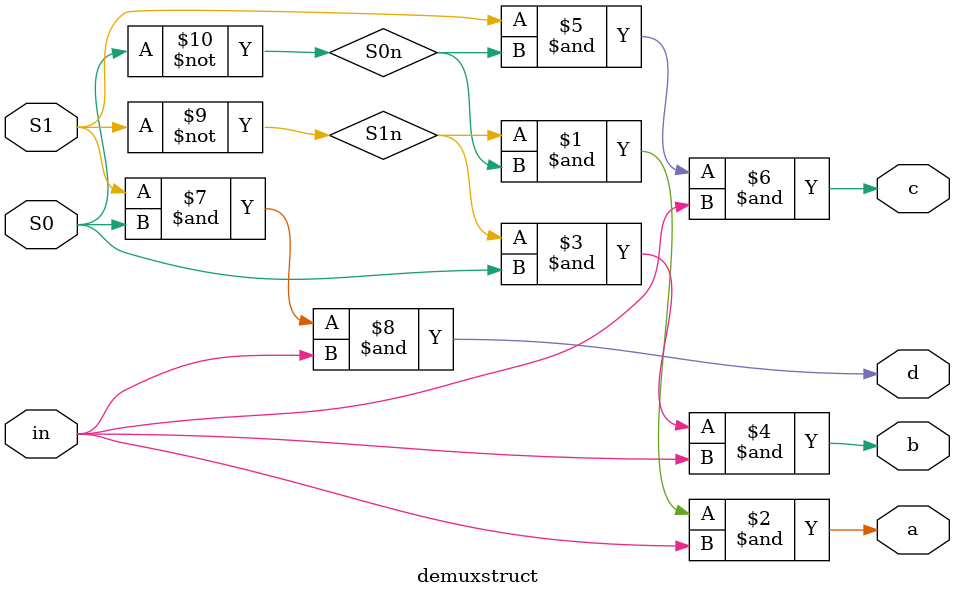
<source format=v>
`timescale 1ns / 1ps
module demuxstruct(output a, output b, output c,
				output d, input in, input S1, input S0);
				
				wire S1n;
				wire S0n;
				
				wire A;
				wire B;
				wire C;
				wire D;
							
				not(S1n, S1);
				not(S0n, S0);
								
				and(a, S1n, S0n, in);
				and(b, S1n, S0, in);
				and(c, S1, S0n, in);
				and(d, S1, S0, in);


endmodule

</source>
